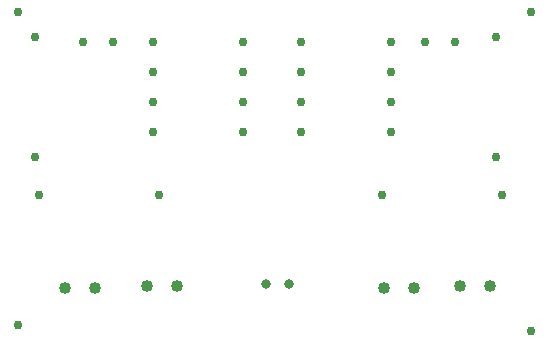
<source format=gbr>
G04 PROTEUS GERBER X2 FILE*
%TF.GenerationSoftware,Labcenter,Proteus,8.17-SP2-Build37159*%
%TF.CreationDate,2024-06-30T12:35:40+00:00*%
%TF.FileFunction,Plated,1,2,PTH*%
%TF.FilePolarity,Positive*%
%TF.Part,Single*%
%TF.SameCoordinates,{19548e37-bc0f-4651-8564-f809119557b0}*%
%FSLAX45Y45*%
%MOMM*%
G01*
%TA.AperFunction,ComponentDrill*%
%ADD31C,0.762000*%
%TA.AperFunction,ComponentDrill*%
%ADD32C,1.016000*%
%ADD33C,0.812800*%
%TA.AperFunction,OtherDrill,Unknown*%
%ADD34C,0.762000*%
%TD.AperFunction*%
D31*
X-13550000Y+12150000D03*
X-13550000Y+11896000D03*
X-13550000Y+11642000D03*
X-13550000Y+11388000D03*
X-12788000Y+11388000D03*
X-12788000Y+11642000D03*
X-12788000Y+11896000D03*
X-12788000Y+12150000D03*
X-12300000Y+12150000D03*
X-12300000Y+11896000D03*
X-12300000Y+11642000D03*
X-12300000Y+11388000D03*
X-11538000Y+11388000D03*
X-11538000Y+11642000D03*
X-11538000Y+11896000D03*
X-11538000Y+12150000D03*
X-14550000Y+11177180D03*
X-14550000Y+12193180D03*
X-14150000Y+12150000D03*
X-13896000Y+12150000D03*
X-10650000Y+12193180D03*
X-10650000Y+11177180D03*
X-11250000Y+12150000D03*
X-10996000Y+12150000D03*
X-10600000Y+10850000D03*
X-11616000Y+10850000D03*
D32*
X-14300000Y+10068250D03*
X-14046000Y+10068250D03*
X-13350000Y+10081750D03*
X-13604000Y+10081750D03*
X-11600000Y+10068250D03*
X-11346000Y+10068250D03*
X-10700000Y+10081750D03*
X-10954000Y+10081750D03*
D31*
X-13500000Y+10850000D03*
X-14516000Y+10850000D03*
D33*
X-12400000Y+10100000D03*
X-12600000Y+10100000D03*
D34*
X-14700000Y+9750000D03*
X-14700000Y+12400000D03*
X-10350000Y+12400000D03*
X-10350000Y+9700000D03*
M02*

</source>
